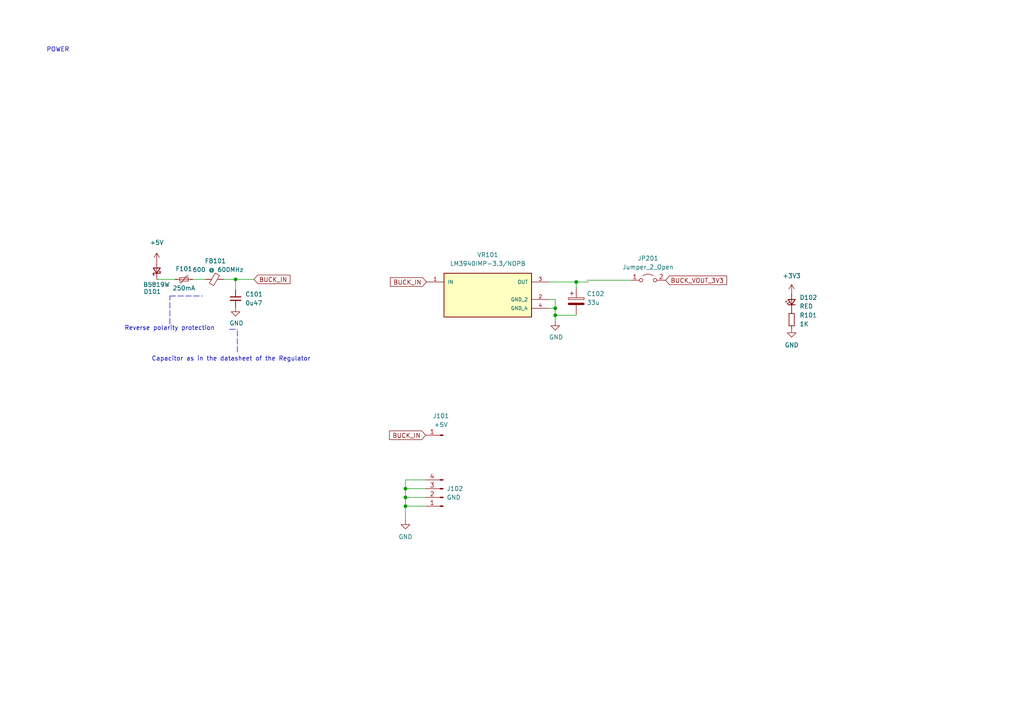
<source format=kicad_sch>
(kicad_sch (version 20211123) (generator eeschema)
  (paper "A4")
  (lib_symbols
    (symbol "Connector:Conn_01x01_Male" (pin_names (offset 1.016) hide)
      (property "Reference" "J" (at 0 2.54 0))
      (property "Value" "Conn_01x01_Male" (at 0 -2.54 0))
      (symbol "Conn_01x01_Male_1_1"
        (polyline (pts (xy 1.27 0) (xy 0.8636 0)) (stroke (width 0.1524)))
        (rectangle (start 0.8636 0.127) (end 0 -0.127) (stroke (width 0.1524)) (fill (type outline)))
        (pin passive line (at 5.08 0 180) (length 3.81) (name "Pin_1") (number "1"))
      )
    )
    (symbol "Connector:Conn_01x04_Male" (pin_names (offset 1.016) hide)
      (property "Reference" "J" (at 0 5.08 0))
      (property "Value" "Conn_01x04_Male" (at 0 -7.62 0))
      (symbol "Conn_01x04_Male_1_1"
        (polyline (pts (xy 1.27 -5.08) (xy 0.8636 -5.08)) (stroke (width 0.1524)))
        (polyline (pts (xy 1.27 -2.54) (xy 0.8636 -2.54)) (stroke (width 0.1524)))
        (polyline (pts (xy 1.27 0) (xy 0.8636 0)) (stroke (width 0.1524)))
        (polyline (pts (xy 1.27 2.54) (xy 0.8636 2.54)) (stroke (width 0.1524)))
        (rectangle (start 0.8636 -4.953) (end 0 -5.207) (stroke (width 0.1524)) (fill (type outline)))
        (rectangle (start 0.8636 -2.413) (end 0 -2.667) (stroke (width 0.1524)) (fill (type outline)))
        (rectangle (start 0.8636 0.127) (end 0 -0.127) (stroke (width 0.1524)) (fill (type outline)))
        (rectangle (start 0.8636 2.667) (end 0 2.413) (stroke (width 0.1524)) (fill (type outline)))
        (pin passive line (at 5.08 2.54 180) (length 3.81) (name "Pin_1") (number "1"))
        (pin passive line (at 5.08 0 180) (length 3.81) (name "Pin_2") (number "2"))
        (pin passive line (at 5.08 -2.54 180) (length 3.81) (name "Pin_3") (number "3"))
        (pin passive line (at 5.08 -5.08 180) (length 3.81) (name "Pin_4") (number "4"))
      )
    )
    (symbol "Device:C_Polarized" (pin_numbers hide) (pin_names (offset 0.254))
      (property "Reference" "C" (at 0.635 2.54 0))
      (property "Value" "C_Polarized" (at 0.635 -2.54 0))
      (symbol "C_Polarized_0_1"
        (rectangle (start -2.286 0.508) (end 2.286 1.016))
        (polyline (pts (xy -1.778 2.286) (xy -0.762 2.286)))
        (polyline (pts (xy -1.27 2.794) (xy -1.27 1.778)))
        (rectangle (start 2.286 -0.508) (end -2.286 -1.016) (fill (type outline)))
      )
      (symbol "C_Polarized_1_1"
        (pin passive line (at 0 3.81 270) (length 2.794) (name "~") (number "1"))
        (pin passive line (at 0 -3.81 90) (length 2.794) (name "~") (number "2"))
      )
    )
    (symbol "Device:C_Small" (pin_numbers hide) (pin_names (offset 0.254) hide)
      (property "Reference" "C" (at 0.254 1.778 0))
      (property "Value" "C_Small" (at 0.254 -2.032 0))
      (symbol "C_Small_0_1"
        (polyline (pts (xy -1.524 -0.508) (xy 1.524 -0.508)) (stroke (width 0.3302)))
        (polyline (pts (xy -1.524 0.508) (xy 1.524 0.508)) (stroke (width 0.3048)))
      )
      (symbol "C_Small_1_1"
        (pin passive line (at 0 2.54 270) (length 2.032) (name "~") (number "1"))
        (pin passive line (at 0 -2.54 90) (length 2.032) (name "~") (number "2"))
      )
    )
    (symbol "Device:D_Schottky_Small" (pin_numbers hide) (pin_names (offset 0.254) hide)
      (property "Reference" "D" (at -1.27 2.032 0))
      (property "Value" "D_Schottky_Small" (at -7.112 -2.032 0))
      (symbol "D_Schottky_Small_0_1"
        (polyline (pts (xy -0.762 0) (xy 0.762 0)))
        (polyline (pts (xy 0.762 -1.016) (xy -0.762 0) (xy 0.762 1.016) (xy 0.762 -1.016)) (stroke (width 0.254)))
        (polyline (pts (xy -1.27 0.762) (xy -1.27 1.016) (xy -0.762 1.016) (xy -0.762 -1.016) (xy -0.254 -1.016) (xy -0.254 -0.762)) (stroke (width 0.254)))
      )
      (symbol "D_Schottky_Small_1_1"
        (pin passive line (at -2.54 0 0) (length 1.778) (name "K") (number "1"))
        (pin passive line (at 2.54 0 180) (length 1.778) (name "A") (number "2"))
      )
    )
    (symbol "Device:FerriteBead_Small" (pin_numbers hide) (pin_names (offset 0))
      (property "Reference" "FB" (at 1.905 1.27 0))
      (property "Value" "FerriteBead_Small" (at 1.905 -1.27 0))
      (symbol "FerriteBead_Small_0_1"
        (polyline (pts (xy 0 -1.27) (xy 0 -0.7874)))
        (polyline (pts (xy 0 0.889) (xy 0 1.2954)))
        (polyline (pts (xy -1.8288 0.2794) (xy -1.1176 1.4986) (xy 1.8288 -0.2032) (xy 1.1176 -1.4224) (xy -1.8288 0.2794)))
      )
      (symbol "FerriteBead_Small_1_1"
        (pin passive line (at 0 2.54 270) (length 1.27) (name "~") (number "1"))
        (pin passive line (at 0 -2.54 90) (length 1.27) (name "~") (number "2"))
      )
    )
    (symbol "Device:LED_Small" (pin_numbers hide) (pin_names (offset 0.254) hide)
      (property "Reference" "D" (at -1.27 3.175 0))
      (property "Value" "LED_Small" (at -4.445 -2.54 0))
      (symbol "LED_Small_0_1"
        (polyline (pts (xy -0.762 -1.016) (xy -0.762 1.016)) (stroke (width 0.254)))
        (polyline (pts (xy 1.016 0) (xy -0.762 0)))
        (polyline (pts (xy 0.762 -1.016) (xy -0.762 0) (xy 0.762 1.016) (xy 0.762 -1.016)) (stroke (width 0.254)))
        (polyline (pts (xy 0 0.762) (xy -0.508 1.27) (xy -0.254 1.27) (xy -0.508 1.27) (xy -0.508 1.016)))
        (polyline (pts (xy 0.508 1.27) (xy 0 1.778) (xy 0.254 1.778) (xy 0 1.778) (xy 0 1.524)))
      )
      (symbol "LED_Small_1_1"
        (pin passive line (at -2.54 0 0) (length 1.778) (name "K") (number "1"))
        (pin passive line (at 2.54 0 180) (length 1.778) (name "A") (number "2"))
      )
    )
    (symbol "Device:Polyfuse_Small" (pin_numbers hide) (pin_names (offset 0))
      (property "Reference" "F" (at -1.905 0 90))
      (property "Value" "Polyfuse_Small" (at 1.905 0 90))
      (symbol "Polyfuse_Small_0_1"
        (rectangle (start -0.508 1.27) (end 0.508 -1.27))
        (polyline (pts (xy 0 2.54) (xy 0 -2.54)))
        (polyline (pts (xy -1.016 1.27) (xy -1.016 0.762) (xy 1.016 -0.762) (xy 1.016 -1.27)))
      )
      (symbol "Polyfuse_Small_1_1"
        (pin passive line (at 0 2.54 270) (length 0.635) (name "~") (number "1"))
        (pin passive line (at 0 -2.54 90) (length 0.635) (name "~") (number "2"))
      )
    )
    (symbol "Device:R_Small" (pin_numbers hide) (pin_names (offset 0.254) hide)
      (property "Reference" "R" (at 0.762 0.508 0))
      (property "Value" "R_Small" (at 0.762 -1.016 0))
      (symbol "R_Small_0_1"
        (rectangle (start -0.762 1.778) (end 0.762 -1.778) (stroke (width 0.2032)))
      )
      (symbol "R_Small_1_1"
        (pin passive line (at 0 2.54 270) (length 0.762) (name "~") (number "1"))
        (pin passive line (at 0 -2.54 90) (length 0.762) (name "~") (number "2"))
      )
    )
    (symbol "Jumper:Jumper_2_Open" (pin_names (offset 0) hide)
      (property "Reference" "JP" (at 0 2.794 0))
      (property "Value" "Jumper_2_Open" (at 0 -2.286 0))
      (symbol "Jumper_2_Open_0_0"
        (circle (center -2.032 0) (radius 0.508))
        (circle (center 2.032 0) (radius 0.508))
      )
      (symbol "Jumper_2_Open_0_1"
        (arc (start 1.524 1.27) (mid 0 1.778) (end -1.524 1.27))
      )
      (symbol "Jumper_2_Open_1_1"
        (pin passive line (at -5.08 0 0) (length 2.54) (name "A") (number "1"))
        (pin passive line (at 5.08 0 180) (length 2.54) (name "B") (number "2"))
      )
    )
    (symbol "LM3940IMP-3.3_NOPB:LM3940IMP-3.3{slash}NOPB" (pin_names (offset 1.016))
      (property "Reference" "VR" (at -12.7 6.0706 0))
      (property "Value" "LM3940IMP-3.3{slash}NOPB" (at -12.7 -9.0678 0))
      (symbol "LM3940IMP-3.3{slash}NOPB_0_0"
        (rectangle (start -12.7 -7.62) (end 12.7 5.08) (stroke (width 0.254)) (fill (type background)))
        (pin input line (at -17.78 2.54 0) (length 5.08) (name "IN") (number "1"))
        (pin power_in line (at 17.78 -2.54 180) (length 5.08) (name "GND_2") (number "2"))
        (pin output line (at 17.78 2.54 180) (length 5.08) (name "OUT") (number "3"))
        (pin power_in line (at 17.78 -5.08 180) (length 5.08) (name "GND_4") (number "4"))
      )
    )
    (symbol "power:+3.3V" (power) (pin_names (offset 0))
      (property "Value" "+3.3V" (at 0 3.556 0))
      (symbol "+3.3V_0_1"
        (polyline (pts (xy -0.762 1.27) (xy 0 2.54)))
        (polyline (pts (xy 0 0) (xy 0 2.54)))
        (polyline (pts (xy 0 2.54) (xy 0.762 1.27)))
      )
      (symbol "+3.3V_1_1"
        (pin power_in line (at 0 0 90) (length 0) hide (name "+3V3") (number "1"))
      )
    )
    (symbol "power:+5V" (power) (pin_names (offset 0))
      (property "Value" "+5V" (at 0 3.556 0))
      (symbol "+5V_0_1"
        (polyline (pts (xy -0.762 1.27) (xy 0 2.54)))
        (polyline (pts (xy 0 0) (xy 0 2.54)))
        (polyline (pts (xy 0 2.54) (xy 0.762 1.27)))
      )
      (symbol "+5V_1_1"
        (pin power_in line (at 0 0 90) (length 0) hide (name "+5V") (number "1"))
      )
    )
    (symbol "power:GND" (power) (pin_names (offset 0))
      (property "Value" "GND" (at 0 -3.81 0))
      (symbol "GND_0_1"
        (polyline (pts (xy 0 0) (xy 0 -1.27) (xy 1.27 -1.27) (xy 0 -2.54) (xy -1.27 -1.27) (xy 0 -1.27)))
      )
      (symbol "GND_1_1"
        (pin power_in line (at 0 0 270) (length 0) hide (name "GND") (number "1"))
      )
    )
  )
  (junction (at 161.036 91.44))
  (junction (at 117.602 146.812))
  (junction (at 68.326 81.026))
  (junction (at 161.036 89.408))
  (junction (at 167.132 81.788))
  (junction (at 117.602 141.732))
  (junction (at 117.602 144.272))
  (polyline (pts (xy 68.834 102.108) (xy 68.834 95.504)))
  (wire (pts (xy 161.036 89.408) (xy 161.036 91.44)))
  (wire (pts (xy 123.444 139.192) (xy 117.602 139.192)))
  (wire (pts (xy 161.036 91.44) (xy 161.036 93.218)))
  (wire (pts (xy 167.132 81.788) (xy 167.132 83.566)))
  (wire (pts (xy 117.602 144.272) (xy 123.444 144.272)))
  (polyline (pts (xy 49.276 85.852) (xy 58.674 85.852)))
  (wire (pts (xy 68.326 81.026) (xy 73.66 81.026)))
  (wire (pts (xy 167.132 81.788) (xy 170.688 81.788)))
  (wire (pts (xy 159.258 89.408) (xy 161.036 89.408)))
  (wire (pts (xy 68.326 81.026) (xy 68.326 84.074)))
  (wire (pts (xy 170.18 81.28) (xy 182.88 81.28)))
  (wire (pts (xy 64.77 81.026) (xy 68.326 81.026)))
  (wire (pts (xy 167.132 91.186) (xy 167.132 91.44)))
  (wire (pts (xy 117.602 141.732) (xy 123.444 141.732)))
  (wire (pts (xy 117.602 139.192) (xy 117.602 141.732)))
  (wire (pts (xy 161.036 86.868) (xy 161.036 89.408)))
  (wire (pts (xy 55.88 81.026) (xy 59.69 81.026)))
  (wire (pts (xy 117.602 144.272) (xy 117.602 146.812)))
  (wire (pts (xy 117.602 146.812) (xy 123.444 146.812)))
  (wire (pts (xy 117.602 141.732) (xy 117.602 144.272)))
  (polyline (pts (xy 49.276 93.98) (xy 49.276 85.852)))
  (wire (pts (xy 159.258 81.788) (xy 167.132 81.788)))
  (wire (pts (xy 159.258 86.868) (xy 161.036 86.868)))
  (polyline (pts (xy 66.548 95.504) (xy 68.834 95.504)))
  (wire (pts (xy 167.132 91.44) (xy 161.036 91.44)))
  (wire (pts (xy 45.466 81.026) (xy 50.8 81.026)))
  (wire (pts (xy 117.602 146.812) (xy 117.602 150.876)))
  (text "Reverse polarity protection\n" (at 36.068 96.012 0) (effects (font (size 1.27 1.27)) (justify left bottom)))
  (text "POWER\n" (at 13.462 15.24 0) (effects (font (size 1.27 1.27)) (justify left bottom)))
  (text "Capacitor as in the datasheet of the Regulator\n" (at 43.942 104.902 0) (effects (font (size 1.27 1.27)) (justify left bottom)))
  (global_label "BUCK_VOUT_3V3" (shape input) (at 193.04 81.28 0) (property "Intersheet References" "${INTERSHEET_REFS}" (effects hide)))
  (global_label "BUCK_IN" (shape input) (at 73.66 81.026 0) (property "Intersheet References" "${INTERSHEET_REFS}" (effects hide)))
  (global_label "BUCK_IN" (shape input) (at 123.698 81.788 180) (property "Intersheet References" "${INTERSHEET_REFS}" (effects hide)))
  (global_label "BUCK_IN" (shape input) (at 123.444 126.238 180) (property "Intersheet References" "${INTERSHEET_REFS}" (effects hide)))
  (symbol (lib_id "power:GND") (at 117.602 150.876 0) (unit 1)
    (property "Reference" "#PWR0106" (effects hide))
    (property "Value" "GND" (at 117.602 155.702 0))
  )
  (symbol (lib_id "Device:D_Schottky_Small") (at 45.466 78.486 90) (unit 1)
    (property "Reference" "D101" (at 46.736 84.582 90) (effects (justify left)))
    (property "Value" "B5819W" (at 49.276 82.55 90) (effects (justify left)))
    (property "Footprint" "Diode_SMD:D_SOD-123" (effects hide))
    (property "Datasheet" "https://jlcpcb.com/parts/componentSearch?isSearch=true&searchTxt=12pf%200402" (effects hide))
    (property "LCSC Part #" "C8598" (effects hide))
  )
  (symbol (lib_id "Device:LED_Small") (at 229.616 87.63 90) (unit 1)
    (property "Reference" "D102" (at 231.902 86.2964 90) (effects (justify right)))
    (property "Value" "RED" (at 231.902 88.8364 90) (effects (justify right)))
    (property "Footprint" "LED_SMD:LED_0603_1608Metric" (effects hide))
    (property "Datasheet" "https://jlcpcb.com/parts/componentSearch?isSearch=true&searchTxt=12pf%200402" (effects hide))
    (property "LCSC Part #" "C2286" (effects hide))
  )
  (symbol (lib_id "Device:C_Polarized") (at 167.132 87.376 0) (unit 1)
    (property "Reference" "C102" (at 170.18 85.2169 0) (effects (justify left)))
    (property "Value" "33u" (at 170.18 87.7569 0) (effects (justify left)))
    (property "Footprint" "Capacitor_Tantalum_SMD:CP_EIA-1608-08_AVX-J" (effects hide))
    (property "LCSC Part #" "C347532" (effects hide))
  )
  (symbol (lib_id "Device:C_Small") (at 68.326 86.614 0) (unit 1)
    (property "Reference" "C101" (at 71.12 85.3502 0) (effects (justify left)))
    (property "Value" "0u47" (at 71.12 87.8902 0) (effects (justify left)))
    (property "Footprint" "Capacitor_SMD:C_1206_3216Metric" (effects hide))
    (property "LCSC Part #" "C13585" (effects hide))
  )
  (symbol (lib_id "power:GND") (at 229.616 95.25 0) (unit 1)
    (property "Reference" "#PWR0105" (effects hide))
    (property "Value" "GND" (at 229.616 100.076 0))
  )
  (symbol (lib_id "Connector:Conn_01x01_Male") (at 128.524 126.238 180) (unit 1)
    (property "Reference" "J101" (at 127.889 120.65 0))
    (property "Value" "+5V" (at 127.889 123.19 0))
    (property "Footprint" "Connector_PinHeader_1.00mm:PinHeader_1x01_P1.00mm_Vertical" (effects hide))
  )
  (symbol (lib_id "Connector:Conn_01x04_Male") (at 128.524 144.272 180) (unit 1)
    (property "Reference" "J102" (at 129.54 141.7319 0) (effects (justify right)))
    (property "Value" "GND" (at 129.54 144.2719 0) (effects (justify right)))
    (property "Footprint" "Connector_PinHeader_1.00mm:PinHeader_1x04_P1.00mm_Vertical" (effects hide))
  )
  (symbol (lib_id "Device:Polyfuse_Small") (at 53.34 81.026 90) (unit 1)
    (property "Reference" "F101" (at 53.34 77.978 90))
    (property "Value" "250mA" (at 53.34 83.566 90))
    (property "Footprint" "Fuse:Fuse_0603_1608Metric" (effects hide))
    (property "Datasheet" "https://jlcpcb.com/parts/componentSearch?isSecondLevel=true&name=Fuses%20&firstName=Circuit%20Protection" (effects hide))
    (property "LCSC Part #" "C151137" (effects hide))
  )
  (symbol (lib_id "Jumper:Jumper_2_Open") (at 187.96 81.28 0) (unit 1)
    (property "Reference" "JP201" (at 187.96 74.93 0))
    (property "Value" "Jumper_2_Open" (at 187.96 77.47 0))
    (property "Footprint" "Jumper:SolderJumper-2_P1.3mm_Open_RoundedPad1.0x1.5mm" (effects hide))
  )
  (symbol (lib_id "power:+3.3V") (at 229.616 85.09 0) (unit 1)
    (property "Reference" "#PWR0104" (effects hide))
    (property "Value" "+3.3V" (at 229.616 80.01 0))
  )
  (symbol (lib_id "power:GND") (at 68.326 89.154 0) (unit 1)
    (property "Reference" "#PWR0102" (effects hide))
    (property "Value" "GND" (at 68.58 93.726 0))
  )
  (symbol (lib_id "power:GND") (at 161.036 93.218 0) (unit 1)
    (property "Reference" "#PWR0103" (effects hide))
    (property "Value" "GND" (at 161.29 97.79 0))
  )
  (symbol (lib_id "LM3940IMP-3.3_NOPB:LM3940IMP-3.3{slash}NOPB") (at 141.478 84.328 0) (unit 1)
    (property "Reference" "VR101" (at 141.478 73.914 0))
    (property "Value" "LM3940IMP-3.3/NOPB" (at 141.478 76.454 0))
    (property "Footprint" "Package_TO_SOT_SMD:SOT-223" (effects hide))
    (property "MANUFACTURER" "Texas Instruments" (effects hide))
    (property "MAXIMUM_PACKAGE_HEIGHT" "1.80 mm" (effects hide))
    (property "PARTREV" "G" (effects hide))
    (property "STANDARD" "Manufacturer Recommendations" (effects hide))
    (property "LCSC Part #" "C140319" (effects hide))
  )
  (symbol (lib_id "Device:FerriteBead_Small") (at 62.23 81.026 90) (unit 1)
    (property "Reference" "FB101" (at 62.484 75.692 90))
    (property "Value" "600 @ 600MHz" (at 63.246 78.232 90))
    (property "Footprint" "Inductor_SMD:L_0805_2012Metric" (effects hide))
    (property "Datasheet" "https://jlcpcb.com/parts/componentSearch?isSecondLevel=true&name=Ferrite%20Beads%20&firstName=filters%2Femi%20Optimization" (effects hide))
    (property "LCSC Part #" "C1017" (effects hide))
  )
  (symbol (lib_id "Device:R_Small") (at 229.616 92.71 180) (unit 1)
    (property "Reference" "R101" (at 231.902 91.4399 0) (effects (justify right)))
    (property "Value" "1K" (at 231.902 93.9799 0) (effects (justify right)))
    (property "Footprint" "Resistor_SMD:R_0603_1608Metric" (effects hide))
    (property "LCSC Part #" "C21190" (effects hide))
  )
  (symbol (lib_id "power:+5V") (at 45.466 75.946 0) (unit 1)
    (property "Reference" "#PWR0101" (effects hide))
    (property "Value" "+5V" (at 45.466 70.358 0))
  )
)
</source>
